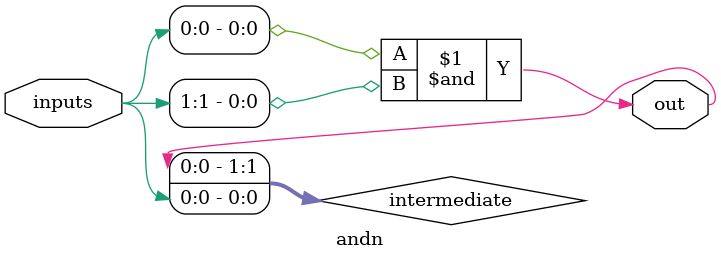
<source format=v>

module andn
#(parameter NB_IN = 2)
(output out, input [NB_IN - 1:0] inputs);
  wire [NB_IN - 1:0] intermediate;

  genvar i;
  assign intermediate[0] = inputs[0];

  generate
    for (i = 1; i < NB_IN; i = i + 1) begin: and_chain
      and and_gate(intermediate[i], intermediate[i - 1], inputs[i]);
    end
  endgenerate

  assign out = intermediate[NB_IN - 1];
endmodule

</source>
